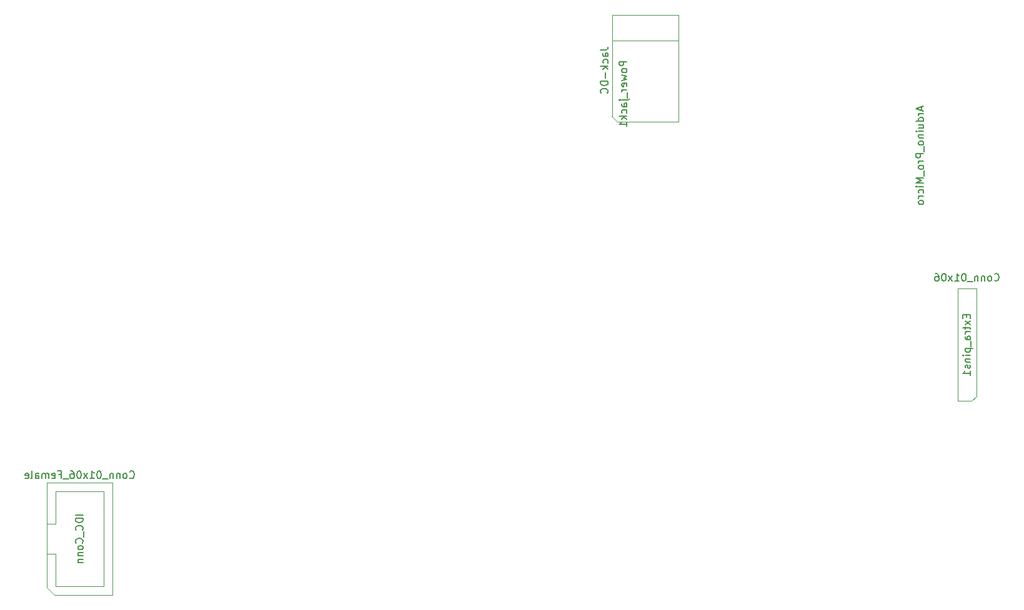
<source format=gbr>
%TF.GenerationSoftware,KiCad,Pcbnew,(6.0.9-0)*%
%TF.CreationDate,2023-10-23T19:11:04-03:00*%
%TF.ProjectId,Faduino-1,46616475-696e-46f2-9d31-2e6b69636164,3*%
%TF.SameCoordinates,Original*%
%TF.FileFunction,AssemblyDrawing,Bot*%
%FSLAX46Y46*%
G04 Gerber Fmt 4.6, Leading zero omitted, Abs format (unit mm)*
G04 Created by KiCad (PCBNEW (6.0.9-0)) date 2023-10-23 19:11:04*
%MOMM*%
%LPD*%
G01*
G04 APERTURE LIST*
%ADD10C,0.150000*%
%ADD11C,0.100000*%
G04 APERTURE END LIST*
D10*
%TO.C,Extra_pins1*%
X184328095Y-65297142D02*
X184375714Y-65344761D01*
X184518571Y-65392380D01*
X184613809Y-65392380D01*
X184756666Y-65344761D01*
X184851904Y-65249523D01*
X184899523Y-65154285D01*
X184947142Y-64963809D01*
X184947142Y-64820952D01*
X184899523Y-64630476D01*
X184851904Y-64535238D01*
X184756666Y-64440000D01*
X184613809Y-64392380D01*
X184518571Y-64392380D01*
X184375714Y-64440000D01*
X184328095Y-64487619D01*
X183756666Y-65392380D02*
X183851904Y-65344761D01*
X183899523Y-65297142D01*
X183947142Y-65201904D01*
X183947142Y-64916190D01*
X183899523Y-64820952D01*
X183851904Y-64773333D01*
X183756666Y-64725714D01*
X183613809Y-64725714D01*
X183518571Y-64773333D01*
X183470952Y-64820952D01*
X183423333Y-64916190D01*
X183423333Y-65201904D01*
X183470952Y-65297142D01*
X183518571Y-65344761D01*
X183613809Y-65392380D01*
X183756666Y-65392380D01*
X182994761Y-64725714D02*
X182994761Y-65392380D01*
X182994761Y-64820952D02*
X182947142Y-64773333D01*
X182851904Y-64725714D01*
X182709047Y-64725714D01*
X182613809Y-64773333D01*
X182566190Y-64868571D01*
X182566190Y-65392380D01*
X182090000Y-64725714D02*
X182090000Y-65392380D01*
X182090000Y-64820952D02*
X182042380Y-64773333D01*
X181947142Y-64725714D01*
X181804285Y-64725714D01*
X181709047Y-64773333D01*
X181661428Y-64868571D01*
X181661428Y-65392380D01*
X181423333Y-65487619D02*
X180661428Y-65487619D01*
X180232857Y-64392380D02*
X180137619Y-64392380D01*
X180042380Y-64440000D01*
X179994761Y-64487619D01*
X179947142Y-64582857D01*
X179899523Y-64773333D01*
X179899523Y-65011428D01*
X179947142Y-65201904D01*
X179994761Y-65297142D01*
X180042380Y-65344761D01*
X180137619Y-65392380D01*
X180232857Y-65392380D01*
X180328095Y-65344761D01*
X180375714Y-65297142D01*
X180423333Y-65201904D01*
X180470952Y-65011428D01*
X180470952Y-64773333D01*
X180423333Y-64582857D01*
X180375714Y-64487619D01*
X180328095Y-64440000D01*
X180232857Y-64392380D01*
X178947142Y-65392380D02*
X179518571Y-65392380D01*
X179232857Y-65392380D02*
X179232857Y-64392380D01*
X179328095Y-64535238D01*
X179423333Y-64630476D01*
X179518571Y-64678095D01*
X178613809Y-65392380D02*
X178090000Y-64725714D01*
X178613809Y-64725714D02*
X178090000Y-65392380D01*
X177518571Y-64392380D02*
X177423333Y-64392380D01*
X177328095Y-64440000D01*
X177280476Y-64487619D01*
X177232857Y-64582857D01*
X177185238Y-64773333D01*
X177185238Y-65011428D01*
X177232857Y-65201904D01*
X177280476Y-65297142D01*
X177328095Y-65344761D01*
X177423333Y-65392380D01*
X177518571Y-65392380D01*
X177613809Y-65344761D01*
X177661428Y-65297142D01*
X177709047Y-65201904D01*
X177756666Y-65011428D01*
X177756666Y-64773333D01*
X177709047Y-64582857D01*
X177661428Y-64487619D01*
X177613809Y-64440000D01*
X177518571Y-64392380D01*
X176328095Y-64392380D02*
X176518571Y-64392380D01*
X176613809Y-64440000D01*
X176661428Y-64487619D01*
X176756666Y-64630476D01*
X176804285Y-64820952D01*
X176804285Y-65201904D01*
X176756666Y-65297142D01*
X176709047Y-65344761D01*
X176613809Y-65392380D01*
X176423333Y-65392380D01*
X176328095Y-65344761D01*
X176280476Y-65297142D01*
X176232857Y-65201904D01*
X176232857Y-64963809D01*
X176280476Y-64868571D01*
X176328095Y-64820952D01*
X176423333Y-64773333D01*
X176613809Y-64773333D01*
X176709047Y-64820952D01*
X176756666Y-64868571D01*
X176804285Y-64963809D01*
X180518571Y-69988571D02*
X180518571Y-70321904D01*
X181042380Y-70464761D02*
X181042380Y-69988571D01*
X180042380Y-69988571D01*
X180042380Y-70464761D01*
X181042380Y-70798095D02*
X180375714Y-71321904D01*
X180375714Y-70798095D02*
X181042380Y-71321904D01*
X180375714Y-71560000D02*
X180375714Y-71940952D01*
X180042380Y-71702857D02*
X180899523Y-71702857D01*
X180994761Y-71750476D01*
X181042380Y-71845714D01*
X181042380Y-71940952D01*
X181042380Y-72274285D02*
X180375714Y-72274285D01*
X180566190Y-72274285D02*
X180470952Y-72321904D01*
X180423333Y-72369523D01*
X180375714Y-72464761D01*
X180375714Y-72560000D01*
X181042380Y-73321904D02*
X180518571Y-73321904D01*
X180423333Y-73274285D01*
X180375714Y-73179047D01*
X180375714Y-72988571D01*
X180423333Y-72893333D01*
X180994761Y-73321904D02*
X181042380Y-73226666D01*
X181042380Y-72988571D01*
X180994761Y-72893333D01*
X180899523Y-72845714D01*
X180804285Y-72845714D01*
X180709047Y-72893333D01*
X180661428Y-72988571D01*
X180661428Y-73226666D01*
X180613809Y-73321904D01*
X181137619Y-73560000D02*
X181137619Y-74321904D01*
X180375714Y-74560000D02*
X181375714Y-74560000D01*
X180423333Y-74560000D02*
X180375714Y-74655238D01*
X180375714Y-74845714D01*
X180423333Y-74940952D01*
X180470952Y-74988571D01*
X180566190Y-75036190D01*
X180851904Y-75036190D01*
X180947142Y-74988571D01*
X180994761Y-74940952D01*
X181042380Y-74845714D01*
X181042380Y-74655238D01*
X180994761Y-74560000D01*
X181042380Y-75464761D02*
X180375714Y-75464761D01*
X180042380Y-75464761D02*
X180090000Y-75417142D01*
X180137619Y-75464761D01*
X180090000Y-75512380D01*
X180042380Y-75464761D01*
X180137619Y-75464761D01*
X180375714Y-75940952D02*
X181042380Y-75940952D01*
X180470952Y-75940952D02*
X180423333Y-75988571D01*
X180375714Y-76083809D01*
X180375714Y-76226666D01*
X180423333Y-76321904D01*
X180518571Y-76369523D01*
X181042380Y-76369523D01*
X180994761Y-76798095D02*
X181042380Y-76893333D01*
X181042380Y-77083809D01*
X180994761Y-77179047D01*
X180899523Y-77226666D01*
X180851904Y-77226666D01*
X180756666Y-77179047D01*
X180709047Y-77083809D01*
X180709047Y-76940952D01*
X180661428Y-76845714D01*
X180566190Y-76798095D01*
X180518571Y-76798095D01*
X180423333Y-76845714D01*
X180375714Y-76940952D01*
X180375714Y-77083809D01*
X180423333Y-77179047D01*
X181042380Y-78179047D02*
X181042380Y-77607619D01*
X181042380Y-77893333D02*
X180042380Y-77893333D01*
X180185238Y-77798095D01*
X180280476Y-77702857D01*
X180328095Y-77607619D01*
%TO.C,Power_jack1*%
X130952380Y-34038095D02*
X131666666Y-34038095D01*
X131809523Y-33990476D01*
X131904761Y-33895238D01*
X131952380Y-33752380D01*
X131952380Y-33657142D01*
X131952380Y-34942857D02*
X131428571Y-34942857D01*
X131333333Y-34895238D01*
X131285714Y-34800000D01*
X131285714Y-34609523D01*
X131333333Y-34514285D01*
X131904761Y-34942857D02*
X131952380Y-34847619D01*
X131952380Y-34609523D01*
X131904761Y-34514285D01*
X131809523Y-34466666D01*
X131714285Y-34466666D01*
X131619047Y-34514285D01*
X131571428Y-34609523D01*
X131571428Y-34847619D01*
X131523809Y-34942857D01*
X131904761Y-35847619D02*
X131952380Y-35752380D01*
X131952380Y-35561904D01*
X131904761Y-35466666D01*
X131857142Y-35419047D01*
X131761904Y-35371428D01*
X131476190Y-35371428D01*
X131380952Y-35419047D01*
X131333333Y-35466666D01*
X131285714Y-35561904D01*
X131285714Y-35752380D01*
X131333333Y-35847619D01*
X131952380Y-36276190D02*
X130952380Y-36276190D01*
X131571428Y-36371428D02*
X131952380Y-36657142D01*
X131285714Y-36657142D02*
X131666666Y-36276190D01*
X131571428Y-37085714D02*
X131571428Y-37847619D01*
X131952380Y-38323809D02*
X130952380Y-38323809D01*
X130952380Y-38561904D01*
X131000000Y-38704761D01*
X131095238Y-38800000D01*
X131190476Y-38847619D01*
X131380952Y-38895238D01*
X131523809Y-38895238D01*
X131714285Y-38847619D01*
X131809523Y-38800000D01*
X131904761Y-38704761D01*
X131952380Y-38561904D01*
X131952380Y-38323809D01*
X131857142Y-39895238D02*
X131904761Y-39847619D01*
X131952380Y-39704761D01*
X131952380Y-39609523D01*
X131904761Y-39466666D01*
X131809523Y-39371428D01*
X131714285Y-39323809D01*
X131523809Y-39276190D01*
X131380952Y-39276190D01*
X131190476Y-39323809D01*
X131095238Y-39371428D01*
X131000000Y-39466666D01*
X130952380Y-39609523D01*
X130952380Y-39704761D01*
X131000000Y-39847619D01*
X131047619Y-39895238D01*
X134502380Y-35642857D02*
X133502380Y-35642857D01*
X133502380Y-36023809D01*
X133550000Y-36119047D01*
X133597619Y-36166666D01*
X133692857Y-36214285D01*
X133835714Y-36214285D01*
X133930952Y-36166666D01*
X133978571Y-36119047D01*
X134026190Y-36023809D01*
X134026190Y-35642857D01*
X134502380Y-36785714D02*
X134454761Y-36690476D01*
X134407142Y-36642857D01*
X134311904Y-36595238D01*
X134026190Y-36595238D01*
X133930952Y-36642857D01*
X133883333Y-36690476D01*
X133835714Y-36785714D01*
X133835714Y-36928571D01*
X133883333Y-37023809D01*
X133930952Y-37071428D01*
X134026190Y-37119047D01*
X134311904Y-37119047D01*
X134407142Y-37071428D01*
X134454761Y-37023809D01*
X134502380Y-36928571D01*
X134502380Y-36785714D01*
X133835714Y-37452380D02*
X134502380Y-37642857D01*
X134026190Y-37833333D01*
X134502380Y-38023809D01*
X133835714Y-38214285D01*
X134454761Y-38976190D02*
X134502380Y-38880952D01*
X134502380Y-38690476D01*
X134454761Y-38595238D01*
X134359523Y-38547619D01*
X133978571Y-38547619D01*
X133883333Y-38595238D01*
X133835714Y-38690476D01*
X133835714Y-38880952D01*
X133883333Y-38976190D01*
X133978571Y-39023809D01*
X134073809Y-39023809D01*
X134169047Y-38547619D01*
X134502380Y-39452380D02*
X133835714Y-39452380D01*
X134026190Y-39452380D02*
X133930952Y-39500000D01*
X133883333Y-39547619D01*
X133835714Y-39642857D01*
X133835714Y-39738095D01*
X134597619Y-39833333D02*
X134597619Y-40595238D01*
X133835714Y-40833333D02*
X134692857Y-40833333D01*
X134788095Y-40785714D01*
X134835714Y-40690476D01*
X134835714Y-40642857D01*
X133502380Y-40833333D02*
X133550000Y-40785714D01*
X133597619Y-40833333D01*
X133550000Y-40880952D01*
X133502380Y-40833333D01*
X133597619Y-40833333D01*
X134502380Y-41738095D02*
X133978571Y-41738095D01*
X133883333Y-41690476D01*
X133835714Y-41595238D01*
X133835714Y-41404761D01*
X133883333Y-41309523D01*
X134454761Y-41738095D02*
X134502380Y-41642857D01*
X134502380Y-41404761D01*
X134454761Y-41309523D01*
X134359523Y-41261904D01*
X134264285Y-41261904D01*
X134169047Y-41309523D01*
X134121428Y-41404761D01*
X134121428Y-41642857D01*
X134073809Y-41738095D01*
X134454761Y-42642857D02*
X134502380Y-42547619D01*
X134502380Y-42357142D01*
X134454761Y-42261904D01*
X134407142Y-42214285D01*
X134311904Y-42166666D01*
X134026190Y-42166666D01*
X133930952Y-42214285D01*
X133883333Y-42261904D01*
X133835714Y-42357142D01*
X133835714Y-42547619D01*
X133883333Y-42642857D01*
X134502380Y-43071428D02*
X133502380Y-43071428D01*
X134121428Y-43166666D02*
X134502380Y-43452380D01*
X133835714Y-43452380D02*
X134216666Y-43071428D01*
X134502380Y-44404761D02*
X134502380Y-43833333D01*
X134502380Y-44119047D02*
X133502380Y-44119047D01*
X133645238Y-44023809D01*
X133740476Y-43928571D01*
X133788095Y-43833333D01*
%TO.C,U1*%
X174436666Y-41760952D02*
X174436666Y-42237142D01*
X174722380Y-41665714D02*
X173722380Y-41999047D01*
X174722380Y-42332380D01*
X174722380Y-42665714D02*
X174055714Y-42665714D01*
X174246190Y-42665714D02*
X174150952Y-42713333D01*
X174103333Y-42760952D01*
X174055714Y-42856190D01*
X174055714Y-42951428D01*
X174722380Y-43713333D02*
X173722380Y-43713333D01*
X174674761Y-43713333D02*
X174722380Y-43618095D01*
X174722380Y-43427619D01*
X174674761Y-43332380D01*
X174627142Y-43284761D01*
X174531904Y-43237142D01*
X174246190Y-43237142D01*
X174150952Y-43284761D01*
X174103333Y-43332380D01*
X174055714Y-43427619D01*
X174055714Y-43618095D01*
X174103333Y-43713333D01*
X174055714Y-44618095D02*
X174722380Y-44618095D01*
X174055714Y-44189523D02*
X174579523Y-44189523D01*
X174674761Y-44237142D01*
X174722380Y-44332380D01*
X174722380Y-44475238D01*
X174674761Y-44570476D01*
X174627142Y-44618095D01*
X174722380Y-45094285D02*
X174055714Y-45094285D01*
X173722380Y-45094285D02*
X173770000Y-45046666D01*
X173817619Y-45094285D01*
X173770000Y-45141904D01*
X173722380Y-45094285D01*
X173817619Y-45094285D01*
X174055714Y-45570476D02*
X174722380Y-45570476D01*
X174150952Y-45570476D02*
X174103333Y-45618095D01*
X174055714Y-45713333D01*
X174055714Y-45856190D01*
X174103333Y-45951428D01*
X174198571Y-45999047D01*
X174722380Y-45999047D01*
X174722380Y-46618095D02*
X174674761Y-46522857D01*
X174627142Y-46475238D01*
X174531904Y-46427619D01*
X174246190Y-46427619D01*
X174150952Y-46475238D01*
X174103333Y-46522857D01*
X174055714Y-46618095D01*
X174055714Y-46760952D01*
X174103333Y-46856190D01*
X174150952Y-46903809D01*
X174246190Y-46951428D01*
X174531904Y-46951428D01*
X174627142Y-46903809D01*
X174674761Y-46856190D01*
X174722380Y-46760952D01*
X174722380Y-46618095D01*
X174817619Y-47141904D02*
X174817619Y-47903809D01*
X174722380Y-48141904D02*
X173722380Y-48141904D01*
X173722380Y-48522857D01*
X173770000Y-48618095D01*
X173817619Y-48665714D01*
X173912857Y-48713333D01*
X174055714Y-48713333D01*
X174150952Y-48665714D01*
X174198571Y-48618095D01*
X174246190Y-48522857D01*
X174246190Y-48141904D01*
X174722380Y-49141904D02*
X174055714Y-49141904D01*
X174246190Y-49141904D02*
X174150952Y-49189523D01*
X174103333Y-49237142D01*
X174055714Y-49332380D01*
X174055714Y-49427619D01*
X174722380Y-49903809D02*
X174674761Y-49808571D01*
X174627142Y-49760952D01*
X174531904Y-49713333D01*
X174246190Y-49713333D01*
X174150952Y-49760952D01*
X174103333Y-49808571D01*
X174055714Y-49903809D01*
X174055714Y-50046666D01*
X174103333Y-50141904D01*
X174150952Y-50189523D01*
X174246190Y-50237142D01*
X174531904Y-50237142D01*
X174627142Y-50189523D01*
X174674761Y-50141904D01*
X174722380Y-50046666D01*
X174722380Y-49903809D01*
X174817619Y-50427619D02*
X174817619Y-51189523D01*
X174722380Y-51427619D02*
X173722380Y-51427619D01*
X174436666Y-51760952D01*
X173722380Y-52094285D01*
X174722380Y-52094285D01*
X174722380Y-52570476D02*
X174055714Y-52570476D01*
X173722380Y-52570476D02*
X173770000Y-52522857D01*
X173817619Y-52570476D01*
X173770000Y-52618095D01*
X173722380Y-52570476D01*
X173817619Y-52570476D01*
X174674761Y-53475238D02*
X174722380Y-53380000D01*
X174722380Y-53189523D01*
X174674761Y-53094285D01*
X174627142Y-53046666D01*
X174531904Y-52999047D01*
X174246190Y-52999047D01*
X174150952Y-53046666D01*
X174103333Y-53094285D01*
X174055714Y-53189523D01*
X174055714Y-53380000D01*
X174103333Y-53475238D01*
X174722380Y-53903809D02*
X174055714Y-53903809D01*
X174246190Y-53903809D02*
X174150952Y-53951428D01*
X174103333Y-53999047D01*
X174055714Y-54094285D01*
X174055714Y-54189523D01*
X174722380Y-54665714D02*
X174674761Y-54570476D01*
X174627142Y-54522857D01*
X174531904Y-54475238D01*
X174246190Y-54475238D01*
X174150952Y-54522857D01*
X174103333Y-54570476D01*
X174055714Y-54665714D01*
X174055714Y-54808571D01*
X174103333Y-54903809D01*
X174150952Y-54951428D01*
X174246190Y-54999047D01*
X174531904Y-54999047D01*
X174627142Y-54951428D01*
X174674761Y-54903809D01*
X174722380Y-54808571D01*
X174722380Y-54665714D01*
%TO.C,IDC_Conn*%
X67135714Y-92067142D02*
X67183333Y-92114761D01*
X67326190Y-92162380D01*
X67421428Y-92162380D01*
X67564285Y-92114761D01*
X67659523Y-92019523D01*
X67707142Y-91924285D01*
X67754761Y-91733809D01*
X67754761Y-91590952D01*
X67707142Y-91400476D01*
X67659523Y-91305238D01*
X67564285Y-91210000D01*
X67421428Y-91162380D01*
X67326190Y-91162380D01*
X67183333Y-91210000D01*
X67135714Y-91257619D01*
X66564285Y-92162380D02*
X66659523Y-92114761D01*
X66707142Y-92067142D01*
X66754761Y-91971904D01*
X66754761Y-91686190D01*
X66707142Y-91590952D01*
X66659523Y-91543333D01*
X66564285Y-91495714D01*
X66421428Y-91495714D01*
X66326190Y-91543333D01*
X66278571Y-91590952D01*
X66230952Y-91686190D01*
X66230952Y-91971904D01*
X66278571Y-92067142D01*
X66326190Y-92114761D01*
X66421428Y-92162380D01*
X66564285Y-92162380D01*
X65802380Y-91495714D02*
X65802380Y-92162380D01*
X65802380Y-91590952D02*
X65754761Y-91543333D01*
X65659523Y-91495714D01*
X65516666Y-91495714D01*
X65421428Y-91543333D01*
X65373809Y-91638571D01*
X65373809Y-92162380D01*
X64897619Y-91495714D02*
X64897619Y-92162380D01*
X64897619Y-91590952D02*
X64850000Y-91543333D01*
X64754761Y-91495714D01*
X64611904Y-91495714D01*
X64516666Y-91543333D01*
X64469047Y-91638571D01*
X64469047Y-92162380D01*
X64230952Y-92257619D02*
X63469047Y-92257619D01*
X63040476Y-91162380D02*
X62945238Y-91162380D01*
X62850000Y-91210000D01*
X62802380Y-91257619D01*
X62754761Y-91352857D01*
X62707142Y-91543333D01*
X62707142Y-91781428D01*
X62754761Y-91971904D01*
X62802380Y-92067142D01*
X62850000Y-92114761D01*
X62945238Y-92162380D01*
X63040476Y-92162380D01*
X63135714Y-92114761D01*
X63183333Y-92067142D01*
X63230952Y-91971904D01*
X63278571Y-91781428D01*
X63278571Y-91543333D01*
X63230952Y-91352857D01*
X63183333Y-91257619D01*
X63135714Y-91210000D01*
X63040476Y-91162380D01*
X61754761Y-92162380D02*
X62326190Y-92162380D01*
X62040476Y-92162380D02*
X62040476Y-91162380D01*
X62135714Y-91305238D01*
X62230952Y-91400476D01*
X62326190Y-91448095D01*
X61421428Y-92162380D02*
X60897619Y-91495714D01*
X61421428Y-91495714D02*
X60897619Y-92162380D01*
X60326190Y-91162380D02*
X60230952Y-91162380D01*
X60135714Y-91210000D01*
X60088095Y-91257619D01*
X60040476Y-91352857D01*
X59992857Y-91543333D01*
X59992857Y-91781428D01*
X60040476Y-91971904D01*
X60088095Y-92067142D01*
X60135714Y-92114761D01*
X60230952Y-92162380D01*
X60326190Y-92162380D01*
X60421428Y-92114761D01*
X60469047Y-92067142D01*
X60516666Y-91971904D01*
X60564285Y-91781428D01*
X60564285Y-91543333D01*
X60516666Y-91352857D01*
X60469047Y-91257619D01*
X60421428Y-91210000D01*
X60326190Y-91162380D01*
X59135714Y-91162380D02*
X59326190Y-91162380D01*
X59421428Y-91210000D01*
X59469047Y-91257619D01*
X59564285Y-91400476D01*
X59611904Y-91590952D01*
X59611904Y-91971904D01*
X59564285Y-92067142D01*
X59516666Y-92114761D01*
X59421428Y-92162380D01*
X59230952Y-92162380D01*
X59135714Y-92114761D01*
X59088095Y-92067142D01*
X59040476Y-91971904D01*
X59040476Y-91733809D01*
X59088095Y-91638571D01*
X59135714Y-91590952D01*
X59230952Y-91543333D01*
X59421428Y-91543333D01*
X59516666Y-91590952D01*
X59564285Y-91638571D01*
X59611904Y-91733809D01*
X58850000Y-92257619D02*
X58088095Y-92257619D01*
X57516666Y-91638571D02*
X57850000Y-91638571D01*
X57850000Y-92162380D02*
X57850000Y-91162380D01*
X57373809Y-91162380D01*
X56611904Y-92114761D02*
X56707142Y-92162380D01*
X56897619Y-92162380D01*
X56992857Y-92114761D01*
X57040476Y-92019523D01*
X57040476Y-91638571D01*
X56992857Y-91543333D01*
X56897619Y-91495714D01*
X56707142Y-91495714D01*
X56611904Y-91543333D01*
X56564285Y-91638571D01*
X56564285Y-91733809D01*
X57040476Y-91829047D01*
X56135714Y-92162380D02*
X56135714Y-91495714D01*
X56135714Y-91590952D02*
X56088095Y-91543333D01*
X55992857Y-91495714D01*
X55850000Y-91495714D01*
X55754761Y-91543333D01*
X55707142Y-91638571D01*
X55707142Y-92162380D01*
X55707142Y-91638571D02*
X55659523Y-91543333D01*
X55564285Y-91495714D01*
X55421428Y-91495714D01*
X55326190Y-91543333D01*
X55278571Y-91638571D01*
X55278571Y-92162380D01*
X54373809Y-92162380D02*
X54373809Y-91638571D01*
X54421428Y-91543333D01*
X54516666Y-91495714D01*
X54707142Y-91495714D01*
X54802380Y-91543333D01*
X54373809Y-92114761D02*
X54469047Y-92162380D01*
X54707142Y-92162380D01*
X54802380Y-92114761D01*
X54850000Y-92019523D01*
X54850000Y-91924285D01*
X54802380Y-91829047D01*
X54707142Y-91781428D01*
X54469047Y-91781428D01*
X54373809Y-91733809D01*
X53754761Y-92162380D02*
X53850000Y-92114761D01*
X53897619Y-92019523D01*
X53897619Y-91162380D01*
X52992857Y-92114761D02*
X53088095Y-92162380D01*
X53278571Y-92162380D01*
X53373809Y-92114761D01*
X53421428Y-92019523D01*
X53421428Y-91638571D01*
X53373809Y-91543333D01*
X53278571Y-91495714D01*
X53088095Y-91495714D01*
X52992857Y-91543333D01*
X52945238Y-91638571D01*
X52945238Y-91733809D01*
X53421428Y-91829047D01*
X60802380Y-97111904D02*
X59802380Y-97111904D01*
X60802380Y-97588095D02*
X59802380Y-97588095D01*
X59802380Y-97826190D01*
X59850000Y-97969047D01*
X59945238Y-98064285D01*
X60040476Y-98111904D01*
X60230952Y-98159523D01*
X60373809Y-98159523D01*
X60564285Y-98111904D01*
X60659523Y-98064285D01*
X60754761Y-97969047D01*
X60802380Y-97826190D01*
X60802380Y-97588095D01*
X60707142Y-99159523D02*
X60754761Y-99111904D01*
X60802380Y-98969047D01*
X60802380Y-98873809D01*
X60754761Y-98730952D01*
X60659523Y-98635714D01*
X60564285Y-98588095D01*
X60373809Y-98540476D01*
X60230952Y-98540476D01*
X60040476Y-98588095D01*
X59945238Y-98635714D01*
X59850000Y-98730952D01*
X59802380Y-98873809D01*
X59802380Y-98969047D01*
X59850000Y-99111904D01*
X59897619Y-99159523D01*
X60897619Y-99350000D02*
X60897619Y-100111904D01*
X60707142Y-100921428D02*
X60754761Y-100873809D01*
X60802380Y-100730952D01*
X60802380Y-100635714D01*
X60754761Y-100492857D01*
X60659523Y-100397619D01*
X60564285Y-100350000D01*
X60373809Y-100302380D01*
X60230952Y-100302380D01*
X60040476Y-100350000D01*
X59945238Y-100397619D01*
X59850000Y-100492857D01*
X59802380Y-100635714D01*
X59802380Y-100730952D01*
X59850000Y-100873809D01*
X59897619Y-100921428D01*
X60802380Y-101492857D02*
X60754761Y-101397619D01*
X60707142Y-101350000D01*
X60611904Y-101302380D01*
X60326190Y-101302380D01*
X60230952Y-101350000D01*
X60183333Y-101397619D01*
X60135714Y-101492857D01*
X60135714Y-101635714D01*
X60183333Y-101730952D01*
X60230952Y-101778571D01*
X60326190Y-101826190D01*
X60611904Y-101826190D01*
X60707142Y-101778571D01*
X60754761Y-101730952D01*
X60802380Y-101635714D01*
X60802380Y-101492857D01*
X60135714Y-102254761D02*
X60802380Y-102254761D01*
X60230952Y-102254761D02*
X60183333Y-102302380D01*
X60135714Y-102397619D01*
X60135714Y-102540476D01*
X60183333Y-102635714D01*
X60278571Y-102683333D01*
X60802380Y-102683333D01*
X60135714Y-103159523D02*
X60802380Y-103159523D01*
X60230952Y-103159523D02*
X60183333Y-103207142D01*
X60135714Y-103302380D01*
X60135714Y-103445238D01*
X60183333Y-103540476D01*
X60278571Y-103588095D01*
X60802380Y-103588095D01*
D11*
%TO.C,Extra_pins1*%
X181860000Y-66440000D02*
X179320000Y-66440000D01*
X179320000Y-66440000D02*
X179320000Y-81680000D01*
X181225000Y-81680000D02*
X181860000Y-81045000D01*
X181860000Y-81045000D02*
X181860000Y-66440000D01*
X179320000Y-81680000D02*
X181225000Y-81680000D01*
%TO.C,Power_jack1*%
X132494575Y-42996787D02*
X133250000Y-43800000D01*
X132500000Y-32800000D02*
X141500000Y-32800000D01*
X141500000Y-43800000D02*
X133250000Y-43800000D01*
X132500000Y-29300000D02*
X141500000Y-29300000D01*
X132500000Y-43000000D02*
X132500000Y-29300000D01*
X141500000Y-29300000D02*
X141500000Y-43800000D01*
%TO.C,IDC_Conn*%
X63600000Y-106800000D02*
X63600000Y-93900000D01*
X57100000Y-102400000D02*
X57100000Y-106800000D01*
X63600000Y-93900000D02*
X57100000Y-93900000D01*
X57100000Y-98300000D02*
X57100000Y-98300000D01*
X57100000Y-106800000D02*
X63600000Y-106800000D01*
X55900000Y-92710000D02*
X55900000Y-106990000D01*
X56900000Y-107990000D02*
X64800000Y-107990000D01*
X57100000Y-98300000D02*
X55900000Y-98300000D01*
X55900000Y-106990000D02*
X56900000Y-107990000D01*
X64800000Y-92710000D02*
X55900000Y-92710000D01*
X57100000Y-93900000D02*
X57100000Y-98300000D01*
X64800000Y-107990000D02*
X64800000Y-92710000D01*
X55900000Y-102400000D02*
X57100000Y-102400000D01*
%TD*%
M02*

</source>
